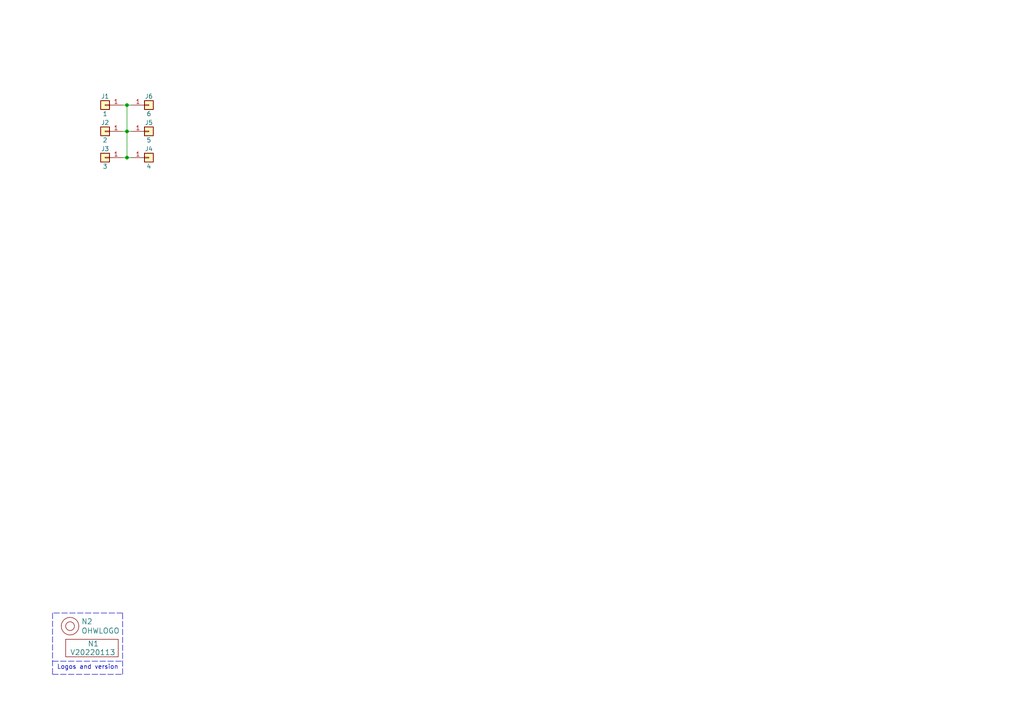
<source format=kicad_sch>
(kicad_sch (version 20230121) (generator eeschema)
  (paper "A4")
  (lib_symbols
    (symbol "Connector_Generic:Conn_01x01" (pin_names (offset 1.016) hide)
      (property "Reference" "J" (at 0 2.54 0))
      (property "Value" "Conn_01x01" (at 0 -2.54 0))
      (symbol "Conn_01x01_1_1"
        (rectangle (start -1.27 0.127) (end 0 -0.127) (stroke (width 0.1524)))
        (rectangle (start -1.27 1.27) (end 1.27 -1.27) (stroke (width 0.254)) (fill (type background)))
        (pin passive line (at -5.08 0 0) (length 3.81) (name "Pin_1") (number "1"))
      )
    )
    (symbol "SquantorLabels:OHWLOGO" (pin_names (offset 1.016))
      (property "Reference" "N" (at 0 3.81 0))
      (property "Value" "OHWLOGO" (at 0 -3.81 0))
      (symbol "OHWLOGO_0_1"
        (circle (center 0 0) (radius 1.27))
        (circle (center 0 0) (radius 2.54))
      )
    )
    (symbol "SquantorLabels:VYYYYMMDD" (pin_names (offset 1.016))
      (property "Reference" "N" (at 0 2.54 0))
      (property "Value" "VYYYYMMDD" (at 0 0 0))
      (symbol "VYYYYMMDD_0_1"
        (rectangle (start 7.62 -1.27) (end -7.62 3.81))
      )
    )
  )
  (junction (at 36.83 38.1))
  (junction (at 36.83 30.48))
  (junction (at 36.83 45.72))
  (wire (pts (xy 36.83 38.1) (xy 38.1 38.1)))
  (wire (pts (xy 36.83 30.48) (xy 38.1 30.48)))
  (polyline (pts (xy 15.24 191.77) (xy 35.56 191.77)) (stroke (width 0) (type dash)))
  (polyline (pts (xy 35.56 177.8) (xy 15.24 177.8)) (stroke (width 0) (type dash)))
  (wire (pts (xy 36.83 45.72) (xy 38.1 45.72)))
  (polyline (pts (xy 15.24 177.8) (xy 15.24 195.58)) (stroke (width 0) (type dash)))
  (wire (pts (xy 36.83 45.72) (xy 35.56 45.72)))
  (wire (pts (xy 35.56 30.48) (xy 36.83 30.48)))
  (wire (pts (xy 36.83 38.1) (xy 36.83 45.72)))
  (wire (pts (xy 36.83 30.48) (xy 36.83 38.1)))
  (polyline (pts (xy 35.56 195.58) (xy 35.56 177.8)) (stroke (width 0) (type dash)))
  (wire (pts (xy 36.83 38.1) (xy 35.56 38.1)))
  (polyline (pts (xy 15.24 195.58) (xy 35.56 195.58)) (stroke (width 0) (type dash)))
  (text "Logos and version" (at 16.51 194.31 0) (effects (font (size 1.27 1.27)) (justify left bottom)))
  (symbol (lib_id "SquantorLabels:VYYYYMMDD") (at 26.67 189.23 0) (unit 1)
    (property "Reference" "N1" (at 25.4 186.69 0) (effects (font (size 1.524 1.524)) (justify left)))
    (property "Value" "V20220113" (at 20.32 189.23 0) (effects (font (size 1.524 1.524)) (justify left)))
    (property "Footprint" "SquantorLabels:Label_Generic" (effects hide))
  )
  (symbol (lib_id "SquantorLabels:OHWLOGO") (at 20.32 181.61 0) (unit 1)
    (property "Reference" "N2" (at 23.5712 180.2638 0) (effects (font (size 1.524 1.524)) (justify left)))
    (property "Value" "OHWLOGO" (at 23.5712 182.9562 0) (effects (font (size 1.524 1.524)) (justify left)))
    (property "Footprint" "Symbol:OSHW-Symbol_6.7x6mm_SilkScreen" (effects hide))
  )
  (symbol (lib_id "Connector_Generic:Conn_01x01") (at 30.48 38.1 180) (unit 1)
    (property "Reference" "J2" (at 30.48 35.56 0))
    (property "Value" "2" (at 30.48 40.64 0))
    (property "Footprint" "mill-max:PC_pin_nail_head_6092" (effects hide))
  )
  (symbol (lib_id "Connector_Generic:Conn_01x01") (at 30.48 30.48 180) (unit 1)
    (property "Reference" "J1" (at 30.48 27.94 0))
    (property "Value" "1" (at 30.48 33.02 0))
    (property "Footprint" "mill-max:PC_pin_nail_head_6092" (effects hide))
  )
  (symbol (lib_id "Connector_Generic:Conn_01x01") (at 30.48 45.72 0) (mirror y) (unit 1)
    (property "Reference" "J3" (at 30.48 43.18 0))
    (property "Value" "3" (at 30.48 48.26 0))
    (property "Footprint" "mill-max:PC_pin_nail_head_6092" (effects hide))
  )
  (symbol (lib_id "Connector_Generic:Conn_01x01") (at 43.18 45.72 0) (mirror x) (unit 1)
    (property "Reference" "J4" (at 43.18 43.18 0))
    (property "Value" "4" (at 43.18 48.26 0))
    (property "Footprint" "mill-max:PC_pin_nail_head_6092" (effects hide))
  )
  (symbol (lib_id "Connector_Generic:Conn_01x01") (at 43.18 38.1 0) (unit 1)
    (property "Reference" "J5" (at 43.18 35.56 0))
    (property "Value" "5" (at 43.18 40.64 0))
    (property "Footprint" "mill-max:PC_pin_nail_head_6092" (effects hide))
  )
  (symbol (lib_id "Connector_Generic:Conn_01x01") (at 43.18 30.48 0) (mirror x) (unit 1)
    (property "Reference" "J6" (at 43.18 27.94 0))
    (property "Value" "6" (at 43.18 33.02 0))
    (property "Footprint" "mill-max:PC_pin_nail_head_6092" (effects hide))
  )
)
</source>
